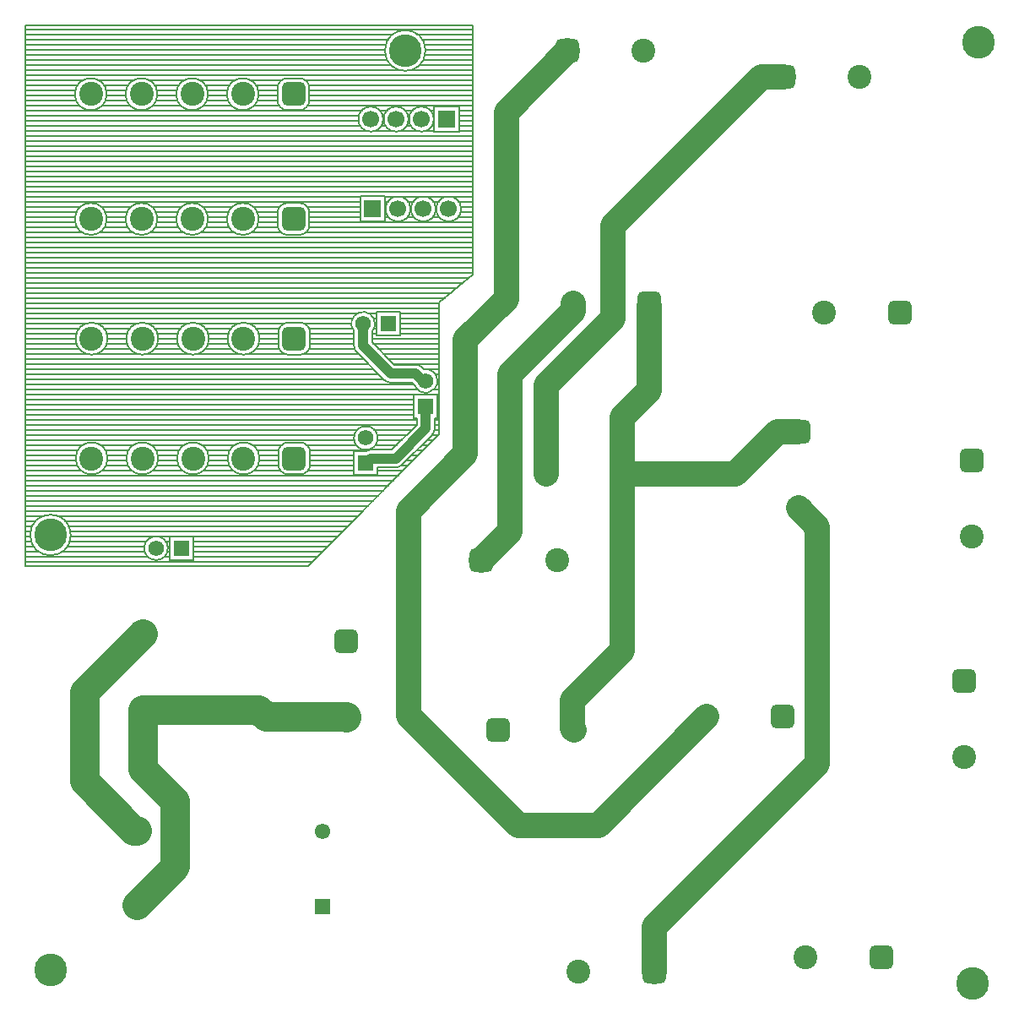
<source format=gtl>
G04*
G04 #@! TF.GenerationSoftware,Altium Limited,Altium Designer,22.1.2 (22)*
G04*
G04 Layer_Physical_Order=1*
G04 Layer_Color=255*
%FSLAX25Y25*%
%MOIN*%
G70*
G04*
G04 #@! TF.SameCoordinates,BA90D39C-088B-4E96-BCAD-EBD8A34635F5*
G04*
G04*
G04 #@! TF.FilePolarity,Positive*
G04*
G01*
G75*
%ADD16C,0.06102*%
%ADD17R,0.06102X0.06102*%
%ADD19R,0.06181X0.06181*%
%ADD20C,0.06181*%
%ADD21R,0.06181X0.06181*%
%ADD25C,0.00800*%
%ADD26C,0.09843*%
%ADD27C,0.11811*%
%ADD28C,0.03937*%
%ADD29C,0.09449*%
G04:AMPARAMS|DCode=30|XSize=94.49mil|YSize=94.49mil|CornerRadius=23.62mil|HoleSize=0mil|Usage=FLASHONLY|Rotation=0.000|XOffset=0mil|YOffset=0mil|HoleType=Round|Shape=RoundedRectangle|*
%AMROUNDEDRECTD30*
21,1,0.09449,0.04724,0,0,0.0*
21,1,0.04724,0.09449,0,0,0.0*
1,1,0.04724,0.02362,-0.02362*
1,1,0.04724,-0.02362,-0.02362*
1,1,0.04724,-0.02362,0.02362*
1,1,0.04724,0.02362,0.02362*
%
%ADD30ROUNDEDRECTD30*%
G04:AMPARAMS|DCode=31|XSize=94.49mil|YSize=94.49mil|CornerRadius=23.62mil|HoleSize=0mil|Usage=FLASHONLY|Rotation=270.000|XOffset=0mil|YOffset=0mil|HoleType=Round|Shape=RoundedRectangle|*
%AMROUNDEDRECTD31*
21,1,0.09449,0.04724,0,0,270.0*
21,1,0.04724,0.09449,0,0,270.0*
1,1,0.04724,-0.02362,-0.02362*
1,1,0.04724,-0.02362,0.02362*
1,1,0.04724,0.02362,0.02362*
1,1,0.04724,0.02362,-0.02362*
%
%ADD31ROUNDEDRECTD31*%
%ADD32R,0.06693X0.06693*%
%ADD33C,0.06693*%
%ADD34C,0.12874*%
D16*
X122835Y71949D02*
D03*
X49311Y72540D02*
D03*
D17*
X122835Y42421D02*
D03*
X49311Y43012D02*
D03*
D19*
X67028Y183760D02*
D03*
X148799Y272343D02*
D03*
D20*
X57028Y183760D02*
D03*
X138799Y272343D02*
D03*
X139862Y227224D02*
D03*
X163484Y249783D02*
D03*
D21*
X139862Y217224D02*
D03*
X163484Y239783D02*
D03*
D25*
X163432Y380118D02*
G03*
X163432Y380118I-8018J0D01*
G01*
X166758Y353051D02*
G03*
X166758Y353051I-4928J0D01*
G01*
X177506Y317618D02*
G03*
X177506Y317618I-4928J0D01*
G01*
X167506D02*
G03*
X167506Y317618I-4928J0D01*
G01*
X146758Y353051D02*
G03*
X146758Y353051I-4928J0D01*
G01*
X157506Y317618D02*
G03*
X157506Y317618I-4928J0D01*
G01*
X156758Y353051D02*
G03*
X156758Y353051I-4928J0D01*
G01*
X108917Y369199D02*
G03*
X104974Y365256I0J-3943D01*
G01*
X117585D02*
G03*
X113642Y369199I-3943J0D01*
G01*
Y356588D02*
G03*
X117585Y360531I0J3943D01*
G01*
X108917Y319987D02*
G03*
X104974Y316043I0J-3943D01*
G01*
Y360531D02*
G03*
X108917Y356588I3943J0D01*
G01*
X142349Y269305D02*
G03*
X143471Y272343I-3550J3037D01*
G01*
X117585Y316043D02*
G03*
X113642Y319987I-3943J0D01*
G01*
Y307376D02*
G03*
X117585Y311319I0J3943D01*
G01*
X104974D02*
G03*
X108917Y307376I3943J0D01*
G01*
X161992Y255167D02*
G03*
X159482Y256207I-2510J-2510D01*
G01*
X161992Y255167D02*
G03*
X159482Y256207I-2510J-2510D01*
G01*
X168156Y249783D02*
G03*
X162761Y254399I-4672J0D01*
G01*
X159201Y247919D02*
G03*
X168156Y249783I4284J1864D01*
G01*
X165994Y228494D02*
G03*
X167034Y231004I-2510J2510D01*
G01*
X165994Y228494D02*
G03*
X167034Y231004I-2510J2510D01*
G01*
X151673Y215643D02*
G03*
X154183Y216683I0J3550D01*
G01*
X151673Y215643D02*
G03*
X154183Y216683I0J3550D01*
G01*
X143471Y272343D02*
G03*
X135250Y269305I-4672J0D01*
G01*
X147195Y250148D02*
G03*
X149705Y249108I2510J2510D01*
G01*
X147195Y250148D02*
G03*
X149705Y249108I2510J2510D01*
G01*
X135250Y263563D02*
G03*
X136289Y261053I3550J0D01*
G01*
X135250Y263563D02*
G03*
X136289Y261053I3550J0D01*
G01*
X144534Y227224D02*
G03*
X144534Y227224I-4672J0D01*
G01*
X117900Y268799D02*
G03*
X113957Y272743I-3943J0D01*
G01*
X109232D02*
G03*
X105289Y268799I0J-3943D01*
G01*
X113957Y260132D02*
G03*
X117900Y264075I0J3943D01*
G01*
X105289D02*
G03*
X109232Y260132I3943J0D01*
G01*
X141831Y222743D02*
G03*
X139530Y221896I0J-3550D01*
G01*
X141831Y222743D02*
G03*
X139530Y221896I0J-3550D01*
G01*
X109232Y225498D02*
G03*
X105289Y221555I0J-3943D01*
G01*
X117900D02*
G03*
X113957Y225498I-3943J0D01*
G01*
Y212887D02*
G03*
X117900Y216831I0J3943D01*
G01*
X105289D02*
G03*
X109232Y212887I3943J0D01*
G01*
X97585Y362894D02*
G03*
X97585Y362894I-6306J0D01*
G01*
Y313681D02*
G03*
X97585Y313681I-6306J0D01*
G01*
X77585Y362894D02*
G03*
X77585Y362894I-6306J0D01*
G01*
Y313681D02*
G03*
X77585Y313681I-6306J0D01*
G01*
X57585Y362894D02*
G03*
X57585Y362894I-6306J0D01*
G01*
Y313681D02*
G03*
X57585Y313681I-6306J0D01*
G01*
X37585D02*
G03*
X37585Y313681I-6306J0D01*
G01*
Y362894D02*
G03*
X37585Y362894I-6306J0D01*
G01*
X77900Y266437D02*
G03*
X77900Y266437I-6306J0D01*
G01*
X97900Y219193D02*
G03*
X97900Y219193I-6306J0D01*
G01*
Y266437D02*
G03*
X97900Y266437I-6306J0D01*
G01*
X77900Y219193D02*
G03*
X77900Y219193I-6306J0D01*
G01*
X57900D02*
G03*
X57900Y219193I-6306J0D01*
G01*
Y266437D02*
G03*
X57900Y266437I-6306J0D01*
G01*
X37900Y219193D02*
G03*
X37900Y219193I-6306J0D01*
G01*
Y266437D02*
G03*
X37900Y266437I-6306J0D01*
G01*
X61699Y183760D02*
G03*
X61699Y183760I-4672J0D01*
G01*
X23372Y188976D02*
G03*
X23372Y188976I-8018J0D01*
G01*
X163421Y380520D02*
X181988D01*
X163063Y382520D02*
X181988D01*
X176758Y356520D02*
X181988D01*
X163271Y378520D02*
X181988D01*
Y389370D02*
Y389764D01*
Y390158D01*
X166903Y357979D02*
X176758D01*
X165331Y356520D02*
X166903D01*
X181988Y291732D02*
Y389370D01*
X176758Y354520D02*
X181988D01*
X176758Y350520D02*
X181988D01*
X176758Y352520D02*
X181988D01*
X176758Y348124D02*
Y357979D01*
X166903Y348124D02*
Y357979D01*
X166534Y354520D02*
X166903D01*
X162579Y376520D02*
X181988D01*
X161153Y374520D02*
X181988D01*
X157974Y372520D02*
X181988D01*
X115855Y368520D02*
X181988D01*
X160241Y386520D02*
X181988D01*
X162115Y384520D02*
X181988D01*
X117585Y362520D02*
X181988D01*
X117585Y364520D02*
X181988D01*
X117585Y360520D02*
X181988D01*
X117033Y358520D02*
X181988D01*
X117377Y366520D02*
X181988D01*
X155331Y356520D02*
X158331D01*
X176758Y348520D02*
X181988D01*
X166903Y348124D02*
X176758D01*
X176561Y320520D02*
X181988D01*
X173083Y322520D02*
X181988D01*
X166561Y320520D02*
X168596D01*
X166058Y350520D02*
X166903D01*
X167423Y318520D02*
X167734D01*
X177423D02*
X181988D01*
X177382Y316520D02*
X181988D01*
X176410Y314520D02*
X181988D01*
X168799Y280709D02*
X181988Y291732D01*
X167382Y316520D02*
X167775D01*
X166410Y314520D02*
X168747D01*
X163766Y348520D02*
X166903D01*
X163083Y322520D02*
X172074D01*
X153083D02*
X162074D01*
X156561Y320520D02*
X158596D01*
X153766Y348520D02*
X159895D01*
X156410Y314520D02*
X158747D01*
X117585Y312520D02*
X181988D01*
X117503Y310520D02*
X181988D01*
X153471Y270520D02*
X168799D01*
X116419Y308520D02*
X181988D01*
X153471Y274520D02*
X168799D01*
X153471Y276520D02*
X168799D01*
X153471Y272520D02*
X168799D01*
X156535Y354520D02*
X157127D01*
X145331Y356520D02*
X148331D01*
X156058Y350520D02*
X157603D01*
X143766Y348520D02*
X149895D01*
X117585Y360531D02*
Y365256D01*
X146535Y354520D02*
X147127D01*
X146058Y350520D02*
X147603D01*
X147506Y320520D02*
X148596D01*
X147506Y322520D02*
X152074D01*
X137651Y322546D02*
X147506D01*
X137651Y312690D02*
Y322546D01*
X147506Y312690D02*
Y322546D01*
X108917Y369199D02*
X113642D01*
X96438Y366520D02*
X105182D01*
X104974Y360531D02*
Y365256D01*
X97372Y364520D02*
X104974D01*
X97574Y362520D02*
X104974D01*
X108917Y356588D02*
X113642D01*
X108917Y319987D02*
X113642D01*
X97121Y360520D02*
X104974D01*
X95821Y358520D02*
X105526D01*
X157423Y318520D02*
X157734D01*
X157382Y316520D02*
X157775D01*
X147506Y314520D02*
X148747D01*
X137651Y312690D02*
X147506D01*
X117585Y311319D02*
Y316043D01*
X117556Y316520D02*
X137651D01*
X117585Y314520D02*
X137651D01*
X144128Y277014D02*
X153471D01*
X142933Y274520D02*
X144128D01*
X143467Y272520D02*
X144128D01*
X143101Y270520D02*
X144128D01*
X140891Y276520D02*
X144128D01*
X117505Y270520D02*
X134498D01*
X95323Y318520D02*
X105849D01*
X116710D02*
X137651D01*
X96910Y316520D02*
X105003D01*
X104974Y311319D02*
Y316043D01*
X97529Y314520D02*
X104974D01*
X97477Y312520D02*
X104974D01*
X108917Y307376D02*
X113642D01*
X115263Y272520D02*
X134131D01*
X109232Y272743D02*
X113957D01*
X96735Y310520D02*
X105056D01*
X96400Y270520D02*
X105684D01*
X167271Y252520D02*
X168799D01*
X162640Y254520D02*
X168799D01*
X168098Y250520D02*
X168799D01*
X167982Y248520D02*
X168799D01*
X161992Y255167D02*
X162761Y254399D01*
X168799Y229232D02*
Y280709D01*
X168156Y242520D02*
X168799D01*
X168156Y238520D02*
X168799D01*
X168156Y240520D02*
X168799D01*
X166827Y246520D02*
X168799D01*
X168156Y235112D02*
Y244455D01*
X142862Y264520D02*
X168799D01*
X142349Y266520D02*
X168799D01*
X146862Y260520D02*
X168799D01*
X144862Y262520D02*
X168799D01*
X153471Y268520D02*
X168799D01*
X153471Y267671D02*
Y277014D01*
X144128Y267671D02*
X153471D01*
X150862Y256520D02*
X168799D01*
X148862Y258520D02*
X168799D01*
X158813Y244455D02*
X168156D01*
X151175Y256207D02*
X159482D01*
X158012Y249108D02*
X159201Y247919D01*
X149705Y249108D02*
X158012D01*
X158813Y235112D02*
Y244455D01*
X168156Y236520D02*
X168799D01*
X167034Y234520D02*
X168799D01*
X167034Y232520D02*
X168799D01*
X167001Y230520D02*
X168799D01*
X167034Y231004D02*
Y235112D01*
X159935Y232474D02*
Y235112D01*
X167034D02*
X168156D01*
X168799Y228839D02*
Y229232D01*
X166020Y228520D02*
X168483D01*
X164020Y226520D02*
X166498D01*
X162020Y224520D02*
X164513D01*
X160020Y222520D02*
X162528D01*
X158813Y235112D02*
X159935D01*
X150203Y222743D02*
X159935Y232474D01*
X158020Y220520D02*
X160543D01*
X143174Y230520D02*
X157980D01*
X144480Y226520D02*
X153980D01*
X144351Y228520D02*
X155980D01*
X143671Y224520D02*
X151980D01*
X154183Y216683D02*
X165994Y228494D01*
X117224Y176870D02*
X168799Y228839D01*
X156020Y218520D02*
X158558D01*
X154008Y216520D02*
X156574D01*
X144534Y214520D02*
X154589D01*
X144128Y267671D02*
Y277014D01*
X142349Y268520D02*
X144128D01*
X142349Y265033D02*
Y269305D01*
X135250Y263563D02*
Y269305D01*
X117900Y266520D02*
X135250D01*
X117900Y264520D02*
X135250D01*
X142349Y265033D02*
X151175Y256207D01*
X136289Y261053D02*
X147195Y250148D01*
X117900Y268520D02*
X135250D01*
X105289Y264075D02*
Y268799D01*
X97900Y266520D02*
X105289D01*
X97546Y268520D02*
X105289D01*
X97601Y264520D02*
X105289D01*
X117900Y264075D02*
Y268799D01*
X117580Y262520D02*
X135406D01*
X115663Y260520D02*
X136823D01*
X96536Y262520D02*
X105609D01*
X109232Y260132D02*
X113957D01*
X141831Y222743D02*
X150203D01*
X117780Y222520D02*
X140593D01*
X135191Y221896D02*
X139530D01*
X117900Y220520D02*
X135191D01*
X117900Y218520D02*
X135191D01*
X144534Y212553D02*
Y215643D01*
X135191Y212553D02*
Y221896D01*
X144534Y215643D02*
X151673D01*
X135191Y212553D02*
X144534D01*
X117900Y216831D02*
Y221555D01*
X117888Y216520D02*
X135191D01*
X117152Y214520D02*
X135191D01*
X109232Y225498D02*
X113957D01*
X116557Y224520D02*
X136053D01*
X96951Y222520D02*
X105409D01*
X94969Y224520D02*
X106632D01*
X97759Y220520D02*
X105289D01*
X109232Y212887D02*
X113957D01*
X95828Y214520D02*
X106037D01*
X105289Y216831D02*
Y221555D01*
X97864Y218520D02*
X105289D01*
X97305Y216520D02*
X105301D01*
X5413Y346520D02*
X181988D01*
X5413Y348520D02*
X139895D01*
X5413Y342520D02*
X181988D01*
X5413Y344520D02*
X181988D01*
X74127Y368520D02*
X88432D01*
X94127D02*
X106704D01*
X5413Y350520D02*
X137603D01*
X5413Y332520D02*
X181988D01*
X5413Y334520D02*
X181988D01*
X5413Y328520D02*
X181988D01*
X5413Y330520D02*
X181988D01*
X5413Y338520D02*
X181988D01*
X5413Y340520D02*
X181988D01*
X5413Y336520D02*
X181988D01*
X5413Y388520D02*
X181988D01*
X5413Y390158D02*
X181988D01*
X5413Y384520D02*
X148711D01*
X5413Y386520D02*
X150585D01*
X5413Y380520D02*
X147405D01*
X5413Y382520D02*
X147763D01*
X5413Y378520D02*
X147556D01*
X5413Y374520D02*
X149673D01*
X5413Y376520D02*
X148248D01*
X5413Y370520D02*
X181988D01*
X5413Y372520D02*
X152853D01*
X5413Y354520D02*
X137127D01*
X5413Y356520D02*
X138331D01*
X5413Y352520D02*
X136932D01*
X94902Y308520D02*
X106140D01*
X5413Y286520D02*
X175752D01*
X5413Y282520D02*
X170966D01*
X5413Y284520D02*
X173359D01*
X75323Y318520D02*
X87236D01*
X74902Y308520D02*
X87657D01*
X5413Y278520D02*
X168799D01*
X5413Y280520D02*
X168799D01*
X5413Y274520D02*
X134666D01*
X5413Y276520D02*
X136707D01*
X93256Y272520D02*
X107925D01*
X73256D02*
X89933D01*
X76400Y270520D02*
X86789D01*
X5413Y306520D02*
X181988D01*
X5413Y324520D02*
X181988D01*
X5413Y302520D02*
X181988D01*
X5413Y304520D02*
X181988D01*
X5413Y322520D02*
X137651D01*
X5413Y326520D02*
X181988D01*
X5413Y320520D02*
X137651D01*
X5413Y296520D02*
X181988D01*
X5413Y298520D02*
X181988D01*
X5413Y292520D02*
X181988D01*
X5413Y294520D02*
X181988D01*
X5413Y290520D02*
X180537D01*
X5413Y300520D02*
X181988D01*
X5413Y288520D02*
X178145D01*
X76438Y366520D02*
X86121D01*
X54127Y368520D02*
X68432D01*
X77574Y362520D02*
X84985D01*
X77372Y364520D02*
X85187D01*
X57372D02*
X65187D01*
X56438Y366520D02*
X66121D01*
X57574Y362520D02*
X64985D01*
X57121Y360520D02*
X65438D01*
X77121D02*
X85438D01*
X75821Y358520D02*
X86738D01*
X55821D02*
X66738D01*
X34127Y368520D02*
X48432D01*
X5413D02*
X28432D01*
X37372Y364520D02*
X45187D01*
X36438Y366520D02*
X46121D01*
X5413Y364520D02*
X25187D01*
X5413Y366520D02*
X26121D01*
X5413Y362520D02*
X24985D01*
X37574D02*
X44985D01*
X37121Y360520D02*
X45438D01*
X35821Y358520D02*
X46738D01*
X5413Y360520D02*
X25438D01*
X5413Y358520D02*
X26738D01*
X56910Y316520D02*
X65649D01*
X55323Y318520D02*
X67236D01*
X77529Y314520D02*
X85030D01*
X76910Y316520D02*
X85649D01*
X57529Y314520D02*
X65030D01*
X37529D02*
X45030D01*
X37477Y312520D02*
X45082D01*
X77477D02*
X85082D01*
X76735Y310520D02*
X85824D01*
X54902Y308520D02*
X67658D01*
X53256Y272520D02*
X69933D01*
X57477Y312520D02*
X65082D01*
X56735Y310520D02*
X65824D01*
X56400Y270520D02*
X66789D01*
X35323Y318520D02*
X47236D01*
X5413D02*
X27236D01*
X36910Y316520D02*
X45649D01*
X5413Y310520D02*
X25824D01*
X5413Y314520D02*
X25030D01*
X5413Y316520D02*
X25649D01*
X5413Y312520D02*
X25082D01*
X36735Y310520D02*
X45824D01*
X34902Y308520D02*
X47657D01*
X36400Y270520D02*
X46789D01*
X33256Y272520D02*
X49933D01*
X5413D02*
X29933D01*
X5413Y308520D02*
X27657D01*
X5413Y270520D02*
X26789D01*
X77546Y268520D02*
X85643D01*
X76536Y262520D02*
X86653D01*
X93773Y260520D02*
X107526D01*
X73773D02*
X89416D01*
X77899Y266520D02*
X85290D01*
X77601Y264520D02*
X85588D01*
X53773Y260520D02*
X69416D01*
X5413Y228520D02*
X135374D01*
X5413Y230520D02*
X136551D01*
X5413Y226520D02*
X135244D01*
X54969Y224520D02*
X68220D01*
X5413Y250520D02*
X146823D01*
X5413Y252520D02*
X144823D01*
X5413Y246520D02*
X160142D01*
X5413Y248520D02*
X158600D01*
X5413Y256520D02*
X140823D01*
X5413Y258520D02*
X138823D01*
X5413Y254520D02*
X142823D01*
X5413Y236520D02*
X158813D01*
X5413Y244520D02*
X168799D01*
X5413Y232520D02*
X159935D01*
X5413Y234520D02*
X159935D01*
X5413Y240520D02*
X158813D01*
X5413Y242520D02*
X158813D01*
X5413Y238520D02*
X158813D01*
X76951Y222520D02*
X86238D01*
X74969Y224520D02*
X88220D01*
X75828Y214520D02*
X87361D01*
X23359Y188520D02*
X128786D01*
X77864Y218520D02*
X85325D01*
X77759Y220520D02*
X85430D01*
X77305Y216520D02*
X85884D01*
X71699Y184520D02*
X124816D01*
X71699Y186520D02*
X126801D01*
X71699Y180520D02*
X120846D01*
X71699Y182520D02*
X122831D01*
X71699Y179088D02*
Y188432D01*
X62356D02*
X71699D01*
X62356Y179088D02*
X71699D01*
X5413Y210520D02*
X150619D01*
X5413Y212520D02*
X152604D01*
X5413Y206520D02*
X146649D01*
X5413Y208520D02*
X148634D01*
X5413Y202520D02*
X142680D01*
X5413Y204520D02*
X144665D01*
X5413Y200520D02*
X140695D01*
X18072Y196520D02*
X136725D01*
X5413Y198520D02*
X138710D01*
X22547Y192520D02*
X132755D01*
X21148Y194520D02*
X134740D01*
X23223Y190520D02*
X130771D01*
X5413Y178520D02*
X118861D01*
X5413Y176870D02*
X117224D01*
X57899Y266520D02*
X65289D01*
X57546Y268520D02*
X65643D01*
X57601Y264520D02*
X65588D01*
X56536Y262520D02*
X66653D01*
X37900Y266520D02*
X45289D01*
X37546Y268520D02*
X45643D01*
X37601Y264520D02*
X45588D01*
X56951Y222520D02*
X66238D01*
X57864Y218520D02*
X65325D01*
X57759Y220520D02*
X65430D01*
X36951Y222520D02*
X46238D01*
X37759Y220520D02*
X45430D01*
X36536Y262520D02*
X46653D01*
X5413D02*
X26653D01*
X33773Y260520D02*
X49416D01*
X5413D02*
X29416D01*
X5413Y266520D02*
X25289D01*
X5413Y268520D02*
X25643D01*
X5413Y264520D02*
X25587D01*
X34969Y224520D02*
X48220D01*
X5413D02*
X28220D01*
X5413Y222520D02*
X26238D01*
X5413Y177461D02*
Y390158D01*
Y220520D02*
X25430D01*
X57305Y216520D02*
X65884D01*
X55828Y214520D02*
X67361D01*
X60797Y186520D02*
X62356D01*
X22987D02*
X53258D01*
X37864Y218520D02*
X45325D01*
X37305Y216520D02*
X45884D01*
X35828Y214520D02*
X47361D01*
X62356Y179088D02*
Y188432D01*
X61637Y184520D02*
X62356D01*
X61532Y182520D02*
X62356D01*
X60393Y180520D02*
X62356D01*
X22020Y184520D02*
X52418D01*
X20108Y182520D02*
X52524D01*
X5413Y216520D02*
X25884D01*
X5413Y218520D02*
X25325D01*
X5413Y196520D02*
X12636D01*
X5413Y214520D02*
X27361D01*
X5413Y192520D02*
X8162D01*
X5413Y194520D02*
X9561D01*
X5413Y190520D02*
X7486D01*
X5413Y184520D02*
X8689D01*
X5413Y180520D02*
X53662D01*
X5413Y182520D02*
X10600D01*
X5413Y186520D02*
X7722D01*
X5413Y188520D02*
X7349D01*
X5413Y177067D02*
Y177461D01*
D26*
X221712Y277421D02*
Y280413D01*
X196752Y252461D02*
X221712Y277421D01*
X196752Y190433D02*
Y252461D01*
X240984Y235339D02*
X251712Y246068D01*
X240984Y143410D02*
Y235339D01*
X221279Y123705D02*
X240984Y143410D01*
X302440Y229571D02*
X310536D01*
X285866Y212997D02*
X302440Y229571D01*
X241078Y212997D02*
X285866D01*
X221279Y112756D02*
X222126Y111909D01*
X251712Y246068D02*
Y279473D01*
X221279Y112756D02*
Y123705D01*
X179232Y266142D02*
X195276Y282185D01*
X156791Y198524D02*
X179232Y220965D01*
Y266142D01*
X195276Y282185D02*
Y355846D01*
X185354Y179035D02*
X196752Y190433D01*
X156791Y117815D02*
Y198524D01*
X195276Y355846D02*
X219548Y380118D01*
X211024Y213090D02*
Y247933D01*
X237500Y274410D01*
X295965Y369587D02*
X304882D01*
X237500Y311122D02*
X295965Y369587D01*
X237500Y274410D02*
Y311122D01*
X156791Y117815D02*
X200098Y74508D01*
X231751D02*
X274566Y117323D01*
X200098Y74508D02*
X231751D01*
X310630Y199665D02*
X318110Y192184D01*
Y98819D02*
Y192184D01*
X253779Y16732D02*
Y34488D01*
X318110Y98819D01*
D27*
X48130Y72540D02*
X49311D01*
X28740Y91929D02*
Y127007D01*
X51673Y149940D01*
X28740Y91929D02*
X48130Y72540D01*
X51673Y96850D02*
X64567Y83957D01*
X62992Y56693D02*
X62992D01*
X97579Y119940D02*
X100295Y117224D01*
X64567Y58268D02*
Y83957D01*
X62992Y56693D02*
X64567Y58268D01*
X49311Y43012D02*
X62992Y56693D01*
X100295Y117224D02*
X132047D01*
X132087Y117184D01*
X51673Y96850D02*
Y119940D01*
X97579D01*
D28*
X138799Y263563D02*
X149705Y252658D01*
X138799Y263563D02*
Y272343D01*
X149705Y252658D02*
X159482D01*
X162356Y249783D01*
X163484D01*
Y231004D02*
Y239783D01*
X151673Y219193D02*
X163484Y231004D01*
X141831Y219193D02*
X151673D01*
X139862Y217224D02*
X141831Y219193D01*
D29*
X71280Y362894D02*
D03*
X91280D02*
D03*
X51279D02*
D03*
X31280D02*
D03*
X222126Y111909D02*
D03*
X320826Y276575D02*
D03*
X210984Y213090D02*
D03*
X313444Y22539D02*
D03*
X223779Y16732D02*
D03*
X215354Y179035D02*
D03*
X334882Y369587D02*
D03*
X249548Y380118D02*
D03*
X132087Y117184D02*
D03*
X379134Y188543D02*
D03*
X51673Y119940D02*
D03*
X375984Y101240D02*
D03*
X310630Y199665D02*
D03*
X221712Y280413D02*
D03*
X274566Y117323D02*
D03*
X31594Y219193D02*
D03*
X51595D02*
D03*
X91594D02*
D03*
X71595D02*
D03*
X31280Y313681D02*
D03*
X51279D02*
D03*
X91280D02*
D03*
X71280D02*
D03*
X31594Y266437D02*
D03*
X51595D02*
D03*
X91594D02*
D03*
X71595D02*
D03*
D30*
X111279Y362894D02*
D03*
X192126Y111909D02*
D03*
X350826Y276575D02*
D03*
X240984Y213090D02*
D03*
X343444Y22539D02*
D03*
X253779Y16732D02*
D03*
X185354Y179035D02*
D03*
X304882Y369587D02*
D03*
X219548Y380118D02*
D03*
X251712Y280413D02*
D03*
X304566Y117323D02*
D03*
X111594Y219193D02*
D03*
X111279Y313681D02*
D03*
X111594Y266437D02*
D03*
D31*
X132087Y147185D02*
D03*
X379134Y218543D02*
D03*
X51673Y149940D02*
D03*
X375984Y131240D02*
D03*
X310630Y229665D02*
D03*
D32*
X142579Y317618D02*
D03*
X171831Y353051D02*
D03*
D33*
X152579Y317618D02*
D03*
X162579D02*
D03*
X172579D02*
D03*
X161831Y353051D02*
D03*
X151831D02*
D03*
X141831D02*
D03*
D34*
X15354Y188976D02*
D03*
X155413Y380118D02*
D03*
X381890Y383465D02*
D03*
X379528Y12106D02*
D03*
X15354Y17421D02*
D03*
M02*

</source>
